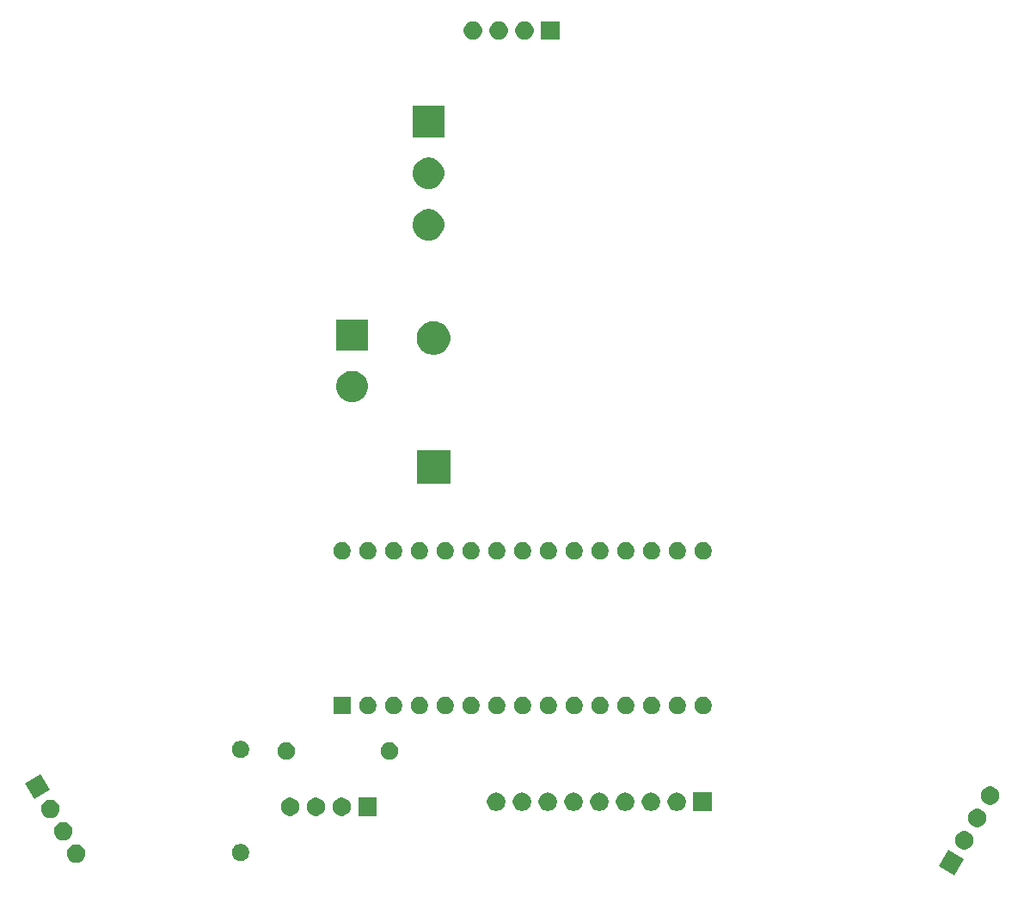
<source format=gbr>
G04 #@! TF.GenerationSoftware,KiCad,Pcbnew,5.1.5+dfsg1-2build2*
G04 #@! TF.CreationDate,2022-03-22T13:14:10-03:00*
G04 #@! TF.ProjectId,Robot3WD,526f626f-7433-4574-942e-6b696361645f,rev?*
G04 #@! TF.SameCoordinates,Original*
G04 #@! TF.FileFunction,Soldermask,Top*
G04 #@! TF.FilePolarity,Negative*
%FSLAX46Y46*%
G04 Gerber Fmt 4.6, Leading zero omitted, Abs format (unit mm)*
G04 Created by KiCad (PCBNEW 5.1.5+dfsg1-2build2) date 2022-03-22 13:14:10*
%MOMM*%
%LPD*%
G04 APERTURE LIST*
%ADD10C,0.100000*%
G04 APERTURE END LIST*
D10*
G36*
X147230790Y-142170211D02*
G01*
X146329789Y-143730790D01*
X144769210Y-142829789D01*
X145670211Y-141269210D01*
X147230790Y-142170211D01*
G37*
G36*
X59923512Y-140703041D02*
G01*
X60072812Y-140732738D01*
X60236784Y-140800658D01*
X60384354Y-140899261D01*
X60509853Y-141024760D01*
X60608456Y-141172330D01*
X60676376Y-141336302D01*
X60711000Y-141510373D01*
X60711000Y-141687855D01*
X60676376Y-141861926D01*
X60608456Y-142025898D01*
X60509853Y-142173468D01*
X60384354Y-142298967D01*
X60236784Y-142397570D01*
X60072812Y-142465490D01*
X59923512Y-142495187D01*
X59898742Y-142500114D01*
X59721258Y-142500114D01*
X59696488Y-142495187D01*
X59547188Y-142465490D01*
X59383216Y-142397570D01*
X59235646Y-142298967D01*
X59110147Y-142173468D01*
X59011544Y-142025898D01*
X58943624Y-141861926D01*
X58909000Y-141687855D01*
X58909000Y-141510373D01*
X58943624Y-141336302D01*
X59011544Y-141172330D01*
X59110147Y-141024760D01*
X59235646Y-140899261D01*
X59383216Y-140800658D01*
X59547188Y-140732738D01*
X59696488Y-140703041D01*
X59721258Y-140698114D01*
X59898742Y-140698114D01*
X59923512Y-140703041D01*
G37*
G36*
X76248228Y-140681703D02*
G01*
X76403100Y-140745853D01*
X76542481Y-140838985D01*
X76661015Y-140957519D01*
X76754147Y-141096900D01*
X76818297Y-141251772D01*
X76851000Y-141416184D01*
X76851000Y-141583816D01*
X76818297Y-141748228D01*
X76754147Y-141903100D01*
X76661015Y-142042481D01*
X76542481Y-142161015D01*
X76403100Y-142254147D01*
X76248228Y-142318297D01*
X76083816Y-142351000D01*
X75916184Y-142351000D01*
X75751772Y-142318297D01*
X75596900Y-142254147D01*
X75457519Y-142161015D01*
X75338985Y-142042481D01*
X75245853Y-141903100D01*
X75181703Y-141748228D01*
X75149000Y-141583816D01*
X75149000Y-141416184D01*
X75181703Y-141251772D01*
X75245853Y-141096900D01*
X75338985Y-140957519D01*
X75457519Y-140838985D01*
X75596900Y-140745853D01*
X75751772Y-140681703D01*
X75916184Y-140649000D01*
X76083816Y-140649000D01*
X76248228Y-140681703D01*
G37*
G36*
X147383512Y-139404222D02*
G01*
X147532812Y-139433919D01*
X147696784Y-139501839D01*
X147844354Y-139600442D01*
X147969853Y-139725941D01*
X148068456Y-139873511D01*
X148136376Y-140037483D01*
X148171000Y-140211554D01*
X148171000Y-140389036D01*
X148136376Y-140563107D01*
X148068456Y-140727079D01*
X147969853Y-140874649D01*
X147844354Y-141000148D01*
X147696784Y-141098751D01*
X147532812Y-141166671D01*
X147383512Y-141196368D01*
X147358742Y-141201295D01*
X147181258Y-141201295D01*
X147156488Y-141196368D01*
X147007188Y-141166671D01*
X146843216Y-141098751D01*
X146695646Y-141000148D01*
X146570147Y-140874649D01*
X146471544Y-140727079D01*
X146403624Y-140563107D01*
X146369000Y-140389036D01*
X146369000Y-140211554D01*
X146403624Y-140037483D01*
X146471544Y-139873511D01*
X146570147Y-139725941D01*
X146695646Y-139600442D01*
X146843216Y-139501839D01*
X147007188Y-139433919D01*
X147156488Y-139404222D01*
X147181258Y-139399295D01*
X147358742Y-139399295D01*
X147383512Y-139404222D01*
G37*
G36*
X58653512Y-138503336D02*
G01*
X58802812Y-138533033D01*
X58966784Y-138600953D01*
X59114354Y-138699556D01*
X59239853Y-138825055D01*
X59338456Y-138972625D01*
X59406376Y-139136597D01*
X59441000Y-139310668D01*
X59441000Y-139488150D01*
X59406376Y-139662221D01*
X59338456Y-139826193D01*
X59239853Y-139973763D01*
X59114354Y-140099262D01*
X58966784Y-140197865D01*
X58802812Y-140265785D01*
X58653512Y-140295482D01*
X58628742Y-140300409D01*
X58451258Y-140300409D01*
X58426488Y-140295482D01*
X58277188Y-140265785D01*
X58113216Y-140197865D01*
X57965646Y-140099262D01*
X57840147Y-139973763D01*
X57741544Y-139826193D01*
X57673624Y-139662221D01*
X57639000Y-139488150D01*
X57639000Y-139310668D01*
X57673624Y-139136597D01*
X57741544Y-138972625D01*
X57840147Y-138825055D01*
X57965646Y-138699556D01*
X58113216Y-138600953D01*
X58277188Y-138533033D01*
X58426488Y-138503336D01*
X58451258Y-138498409D01*
X58628742Y-138498409D01*
X58653512Y-138503336D01*
G37*
G36*
X148653512Y-137204518D02*
G01*
X148802812Y-137234215D01*
X148966784Y-137302135D01*
X149114354Y-137400738D01*
X149239853Y-137526237D01*
X149338456Y-137673807D01*
X149406376Y-137837779D01*
X149441000Y-138011850D01*
X149441000Y-138189332D01*
X149406376Y-138363403D01*
X149338456Y-138527375D01*
X149239853Y-138674945D01*
X149114354Y-138800444D01*
X148966784Y-138899047D01*
X148802812Y-138966967D01*
X148653512Y-138996664D01*
X148628742Y-139001591D01*
X148451258Y-139001591D01*
X148426488Y-138996664D01*
X148277188Y-138966967D01*
X148113216Y-138899047D01*
X147965646Y-138800444D01*
X147840147Y-138674945D01*
X147741544Y-138527375D01*
X147673624Y-138363403D01*
X147639000Y-138189332D01*
X147639000Y-138011850D01*
X147673624Y-137837779D01*
X147741544Y-137673807D01*
X147840147Y-137526237D01*
X147965646Y-137400738D01*
X148113216Y-137302135D01*
X148277188Y-137234215D01*
X148426488Y-137204518D01*
X148451258Y-137199591D01*
X148628742Y-137199591D01*
X148653512Y-137204518D01*
G37*
G36*
X57365991Y-136300147D02*
G01*
X57532812Y-136333329D01*
X57696784Y-136401249D01*
X57844354Y-136499852D01*
X57969853Y-136625351D01*
X58068456Y-136772921D01*
X58136376Y-136936893D01*
X58171000Y-137110964D01*
X58171000Y-137288446D01*
X58136376Y-137462517D01*
X58068456Y-137626489D01*
X57969853Y-137774059D01*
X57844354Y-137899558D01*
X57696784Y-137998161D01*
X57532812Y-138066081D01*
X57383512Y-138095778D01*
X57358742Y-138100705D01*
X57181258Y-138100705D01*
X57156488Y-138095778D01*
X57007188Y-138066081D01*
X56843216Y-137998161D01*
X56695646Y-137899558D01*
X56570147Y-137774059D01*
X56471544Y-137626489D01*
X56403624Y-137462517D01*
X56369000Y-137288446D01*
X56369000Y-137110964D01*
X56403624Y-136936893D01*
X56471544Y-136772921D01*
X56570147Y-136625351D01*
X56695646Y-136499852D01*
X56843216Y-136401249D01*
X57007188Y-136333329D01*
X57174009Y-136300147D01*
X57181258Y-136298705D01*
X57358742Y-136298705D01*
X57365991Y-136300147D01*
G37*
G36*
X80993512Y-136103927D02*
G01*
X81142812Y-136133624D01*
X81306784Y-136201544D01*
X81454354Y-136300147D01*
X81579853Y-136425646D01*
X81678456Y-136573216D01*
X81746376Y-136737188D01*
X81781000Y-136911259D01*
X81781000Y-137088741D01*
X81746376Y-137262812D01*
X81678456Y-137426784D01*
X81579853Y-137574354D01*
X81454354Y-137699853D01*
X81306784Y-137798456D01*
X81142812Y-137866376D01*
X80993512Y-137896073D01*
X80968742Y-137901000D01*
X80791258Y-137901000D01*
X80766488Y-137896073D01*
X80617188Y-137866376D01*
X80453216Y-137798456D01*
X80305646Y-137699853D01*
X80180147Y-137574354D01*
X80081544Y-137426784D01*
X80013624Y-137262812D01*
X79979000Y-137088741D01*
X79979000Y-136911259D01*
X80013624Y-136737188D01*
X80081544Y-136573216D01*
X80180147Y-136425646D01*
X80305646Y-136300147D01*
X80453216Y-136201544D01*
X80617188Y-136133624D01*
X80766488Y-136103927D01*
X80791258Y-136099000D01*
X80968742Y-136099000D01*
X80993512Y-136103927D01*
G37*
G36*
X83533512Y-136103927D02*
G01*
X83682812Y-136133624D01*
X83846784Y-136201544D01*
X83994354Y-136300147D01*
X84119853Y-136425646D01*
X84218456Y-136573216D01*
X84286376Y-136737188D01*
X84321000Y-136911259D01*
X84321000Y-137088741D01*
X84286376Y-137262812D01*
X84218456Y-137426784D01*
X84119853Y-137574354D01*
X83994354Y-137699853D01*
X83846784Y-137798456D01*
X83682812Y-137866376D01*
X83533512Y-137896073D01*
X83508742Y-137901000D01*
X83331258Y-137901000D01*
X83306488Y-137896073D01*
X83157188Y-137866376D01*
X82993216Y-137798456D01*
X82845646Y-137699853D01*
X82720147Y-137574354D01*
X82621544Y-137426784D01*
X82553624Y-137262812D01*
X82519000Y-137088741D01*
X82519000Y-136911259D01*
X82553624Y-136737188D01*
X82621544Y-136573216D01*
X82720147Y-136425646D01*
X82845646Y-136300147D01*
X82993216Y-136201544D01*
X83157188Y-136133624D01*
X83306488Y-136103927D01*
X83331258Y-136099000D01*
X83508742Y-136099000D01*
X83533512Y-136103927D01*
G37*
G36*
X86073512Y-136103927D02*
G01*
X86222812Y-136133624D01*
X86386784Y-136201544D01*
X86534354Y-136300147D01*
X86659853Y-136425646D01*
X86758456Y-136573216D01*
X86826376Y-136737188D01*
X86861000Y-136911259D01*
X86861000Y-137088741D01*
X86826376Y-137262812D01*
X86758456Y-137426784D01*
X86659853Y-137574354D01*
X86534354Y-137699853D01*
X86386784Y-137798456D01*
X86222812Y-137866376D01*
X86073512Y-137896073D01*
X86048742Y-137901000D01*
X85871258Y-137901000D01*
X85846488Y-137896073D01*
X85697188Y-137866376D01*
X85533216Y-137798456D01*
X85385646Y-137699853D01*
X85260147Y-137574354D01*
X85161544Y-137426784D01*
X85093624Y-137262812D01*
X85059000Y-137088741D01*
X85059000Y-136911259D01*
X85093624Y-136737188D01*
X85161544Y-136573216D01*
X85260147Y-136425646D01*
X85385646Y-136300147D01*
X85533216Y-136201544D01*
X85697188Y-136133624D01*
X85846488Y-136103927D01*
X85871258Y-136099000D01*
X86048742Y-136099000D01*
X86073512Y-136103927D01*
G37*
G36*
X89401000Y-137901000D02*
G01*
X87599000Y-137901000D01*
X87599000Y-136099000D01*
X89401000Y-136099000D01*
X89401000Y-137901000D01*
G37*
G36*
X116533512Y-135603927D02*
G01*
X116682812Y-135633624D01*
X116846784Y-135701544D01*
X116994354Y-135800147D01*
X117119853Y-135925646D01*
X117218456Y-136073216D01*
X117286376Y-136237188D01*
X117321000Y-136411259D01*
X117321000Y-136588741D01*
X117286376Y-136762812D01*
X117218456Y-136926784D01*
X117119853Y-137074354D01*
X116994354Y-137199853D01*
X116846784Y-137298456D01*
X116682812Y-137366376D01*
X116533512Y-137396073D01*
X116508742Y-137401000D01*
X116331258Y-137401000D01*
X116306488Y-137396073D01*
X116157188Y-137366376D01*
X115993216Y-137298456D01*
X115845646Y-137199853D01*
X115720147Y-137074354D01*
X115621544Y-136926784D01*
X115553624Y-136762812D01*
X115519000Y-136588741D01*
X115519000Y-136411259D01*
X115553624Y-136237188D01*
X115621544Y-136073216D01*
X115720147Y-135925646D01*
X115845646Y-135800147D01*
X115993216Y-135701544D01*
X116157188Y-135633624D01*
X116306488Y-135603927D01*
X116331258Y-135599000D01*
X116508742Y-135599000D01*
X116533512Y-135603927D01*
G37*
G36*
X122401000Y-137401000D02*
G01*
X120599000Y-137401000D01*
X120599000Y-135599000D01*
X122401000Y-135599000D01*
X122401000Y-137401000D01*
G37*
G36*
X119073512Y-135603927D02*
G01*
X119222812Y-135633624D01*
X119386784Y-135701544D01*
X119534354Y-135800147D01*
X119659853Y-135925646D01*
X119758456Y-136073216D01*
X119826376Y-136237188D01*
X119861000Y-136411259D01*
X119861000Y-136588741D01*
X119826376Y-136762812D01*
X119758456Y-136926784D01*
X119659853Y-137074354D01*
X119534354Y-137199853D01*
X119386784Y-137298456D01*
X119222812Y-137366376D01*
X119073512Y-137396073D01*
X119048742Y-137401000D01*
X118871258Y-137401000D01*
X118846488Y-137396073D01*
X118697188Y-137366376D01*
X118533216Y-137298456D01*
X118385646Y-137199853D01*
X118260147Y-137074354D01*
X118161544Y-136926784D01*
X118093624Y-136762812D01*
X118059000Y-136588741D01*
X118059000Y-136411259D01*
X118093624Y-136237188D01*
X118161544Y-136073216D01*
X118260147Y-135925646D01*
X118385646Y-135800147D01*
X118533216Y-135701544D01*
X118697188Y-135633624D01*
X118846488Y-135603927D01*
X118871258Y-135599000D01*
X119048742Y-135599000D01*
X119073512Y-135603927D01*
G37*
G36*
X101293512Y-135603927D02*
G01*
X101442812Y-135633624D01*
X101606784Y-135701544D01*
X101754354Y-135800147D01*
X101879853Y-135925646D01*
X101978456Y-136073216D01*
X102046376Y-136237188D01*
X102081000Y-136411259D01*
X102081000Y-136588741D01*
X102046376Y-136762812D01*
X101978456Y-136926784D01*
X101879853Y-137074354D01*
X101754354Y-137199853D01*
X101606784Y-137298456D01*
X101442812Y-137366376D01*
X101293512Y-137396073D01*
X101268742Y-137401000D01*
X101091258Y-137401000D01*
X101066488Y-137396073D01*
X100917188Y-137366376D01*
X100753216Y-137298456D01*
X100605646Y-137199853D01*
X100480147Y-137074354D01*
X100381544Y-136926784D01*
X100313624Y-136762812D01*
X100279000Y-136588741D01*
X100279000Y-136411259D01*
X100313624Y-136237188D01*
X100381544Y-136073216D01*
X100480147Y-135925646D01*
X100605646Y-135800147D01*
X100753216Y-135701544D01*
X100917188Y-135633624D01*
X101066488Y-135603927D01*
X101091258Y-135599000D01*
X101268742Y-135599000D01*
X101293512Y-135603927D01*
G37*
G36*
X106373512Y-135603927D02*
G01*
X106522812Y-135633624D01*
X106686784Y-135701544D01*
X106834354Y-135800147D01*
X106959853Y-135925646D01*
X107058456Y-136073216D01*
X107126376Y-136237188D01*
X107161000Y-136411259D01*
X107161000Y-136588741D01*
X107126376Y-136762812D01*
X107058456Y-136926784D01*
X106959853Y-137074354D01*
X106834354Y-137199853D01*
X106686784Y-137298456D01*
X106522812Y-137366376D01*
X106373512Y-137396073D01*
X106348742Y-137401000D01*
X106171258Y-137401000D01*
X106146488Y-137396073D01*
X105997188Y-137366376D01*
X105833216Y-137298456D01*
X105685646Y-137199853D01*
X105560147Y-137074354D01*
X105461544Y-136926784D01*
X105393624Y-136762812D01*
X105359000Y-136588741D01*
X105359000Y-136411259D01*
X105393624Y-136237188D01*
X105461544Y-136073216D01*
X105560147Y-135925646D01*
X105685646Y-135800147D01*
X105833216Y-135701544D01*
X105997188Y-135633624D01*
X106146488Y-135603927D01*
X106171258Y-135599000D01*
X106348742Y-135599000D01*
X106373512Y-135603927D01*
G37*
G36*
X108913512Y-135603927D02*
G01*
X109062812Y-135633624D01*
X109226784Y-135701544D01*
X109374354Y-135800147D01*
X109499853Y-135925646D01*
X109598456Y-136073216D01*
X109666376Y-136237188D01*
X109701000Y-136411259D01*
X109701000Y-136588741D01*
X109666376Y-136762812D01*
X109598456Y-136926784D01*
X109499853Y-137074354D01*
X109374354Y-137199853D01*
X109226784Y-137298456D01*
X109062812Y-137366376D01*
X108913512Y-137396073D01*
X108888742Y-137401000D01*
X108711258Y-137401000D01*
X108686488Y-137396073D01*
X108537188Y-137366376D01*
X108373216Y-137298456D01*
X108225646Y-137199853D01*
X108100147Y-137074354D01*
X108001544Y-136926784D01*
X107933624Y-136762812D01*
X107899000Y-136588741D01*
X107899000Y-136411259D01*
X107933624Y-136237188D01*
X108001544Y-136073216D01*
X108100147Y-135925646D01*
X108225646Y-135800147D01*
X108373216Y-135701544D01*
X108537188Y-135633624D01*
X108686488Y-135603927D01*
X108711258Y-135599000D01*
X108888742Y-135599000D01*
X108913512Y-135603927D01*
G37*
G36*
X111453512Y-135603927D02*
G01*
X111602812Y-135633624D01*
X111766784Y-135701544D01*
X111914354Y-135800147D01*
X112039853Y-135925646D01*
X112138456Y-136073216D01*
X112206376Y-136237188D01*
X112241000Y-136411259D01*
X112241000Y-136588741D01*
X112206376Y-136762812D01*
X112138456Y-136926784D01*
X112039853Y-137074354D01*
X111914354Y-137199853D01*
X111766784Y-137298456D01*
X111602812Y-137366376D01*
X111453512Y-137396073D01*
X111428742Y-137401000D01*
X111251258Y-137401000D01*
X111226488Y-137396073D01*
X111077188Y-137366376D01*
X110913216Y-137298456D01*
X110765646Y-137199853D01*
X110640147Y-137074354D01*
X110541544Y-136926784D01*
X110473624Y-136762812D01*
X110439000Y-136588741D01*
X110439000Y-136411259D01*
X110473624Y-136237188D01*
X110541544Y-136073216D01*
X110640147Y-135925646D01*
X110765646Y-135800147D01*
X110913216Y-135701544D01*
X111077188Y-135633624D01*
X111226488Y-135603927D01*
X111251258Y-135599000D01*
X111428742Y-135599000D01*
X111453512Y-135603927D01*
G37*
G36*
X113993512Y-135603927D02*
G01*
X114142812Y-135633624D01*
X114306784Y-135701544D01*
X114454354Y-135800147D01*
X114579853Y-135925646D01*
X114678456Y-136073216D01*
X114746376Y-136237188D01*
X114781000Y-136411259D01*
X114781000Y-136588741D01*
X114746376Y-136762812D01*
X114678456Y-136926784D01*
X114579853Y-137074354D01*
X114454354Y-137199853D01*
X114306784Y-137298456D01*
X114142812Y-137366376D01*
X113993512Y-137396073D01*
X113968742Y-137401000D01*
X113791258Y-137401000D01*
X113766488Y-137396073D01*
X113617188Y-137366376D01*
X113453216Y-137298456D01*
X113305646Y-137199853D01*
X113180147Y-137074354D01*
X113081544Y-136926784D01*
X113013624Y-136762812D01*
X112979000Y-136588741D01*
X112979000Y-136411259D01*
X113013624Y-136237188D01*
X113081544Y-136073216D01*
X113180147Y-135925646D01*
X113305646Y-135800147D01*
X113453216Y-135701544D01*
X113617188Y-135633624D01*
X113766488Y-135603927D01*
X113791258Y-135599000D01*
X113968742Y-135599000D01*
X113993512Y-135603927D01*
G37*
G36*
X103833512Y-135603927D02*
G01*
X103982812Y-135633624D01*
X104146784Y-135701544D01*
X104294354Y-135800147D01*
X104419853Y-135925646D01*
X104518456Y-136073216D01*
X104586376Y-136237188D01*
X104621000Y-136411259D01*
X104621000Y-136588741D01*
X104586376Y-136762812D01*
X104518456Y-136926784D01*
X104419853Y-137074354D01*
X104294354Y-137199853D01*
X104146784Y-137298456D01*
X103982812Y-137366376D01*
X103833512Y-137396073D01*
X103808742Y-137401000D01*
X103631258Y-137401000D01*
X103606488Y-137396073D01*
X103457188Y-137366376D01*
X103293216Y-137298456D01*
X103145646Y-137199853D01*
X103020147Y-137074354D01*
X102921544Y-136926784D01*
X102853624Y-136762812D01*
X102819000Y-136588741D01*
X102819000Y-136411259D01*
X102853624Y-136237188D01*
X102921544Y-136073216D01*
X103020147Y-135925646D01*
X103145646Y-135800147D01*
X103293216Y-135701544D01*
X103457188Y-135633624D01*
X103606488Y-135603927D01*
X103631258Y-135599000D01*
X103808742Y-135599000D01*
X103833512Y-135603927D01*
G37*
G36*
X149923512Y-135004813D02*
G01*
X150072812Y-135034510D01*
X150236784Y-135102430D01*
X150384354Y-135201033D01*
X150509853Y-135326532D01*
X150608456Y-135474102D01*
X150676376Y-135638074D01*
X150711000Y-135812145D01*
X150711000Y-135989627D01*
X150676376Y-136163698D01*
X150608456Y-136327670D01*
X150509853Y-136475240D01*
X150384354Y-136600739D01*
X150236784Y-136699342D01*
X150072812Y-136767262D01*
X149923512Y-136796959D01*
X149898742Y-136801886D01*
X149721258Y-136801886D01*
X149696488Y-136796959D01*
X149547188Y-136767262D01*
X149383216Y-136699342D01*
X149235646Y-136600739D01*
X149110147Y-136475240D01*
X149011544Y-136327670D01*
X148943624Y-136163698D01*
X148909000Y-135989627D01*
X148909000Y-135812145D01*
X148943624Y-135638074D01*
X149011544Y-135474102D01*
X149110147Y-135326532D01*
X149235646Y-135201033D01*
X149383216Y-135102430D01*
X149547188Y-135034510D01*
X149696488Y-135004813D01*
X149721258Y-134999886D01*
X149898742Y-134999886D01*
X149923512Y-135004813D01*
G37*
G36*
X57230790Y-135329789D02*
G01*
X55670211Y-136230790D01*
X54769210Y-134670211D01*
X56329789Y-133769210D01*
X57230790Y-135329789D01*
G37*
G36*
X90908228Y-130681703D02*
G01*
X91063100Y-130745853D01*
X91202481Y-130838985D01*
X91321015Y-130957519D01*
X91414147Y-131096900D01*
X91478297Y-131251772D01*
X91511000Y-131416184D01*
X91511000Y-131583816D01*
X91478297Y-131748228D01*
X91414147Y-131903100D01*
X91321015Y-132042481D01*
X91202481Y-132161015D01*
X91063100Y-132254147D01*
X90908228Y-132318297D01*
X90743816Y-132351000D01*
X90576184Y-132351000D01*
X90411772Y-132318297D01*
X90256900Y-132254147D01*
X90117519Y-132161015D01*
X89998985Y-132042481D01*
X89905853Y-131903100D01*
X89841703Y-131748228D01*
X89809000Y-131583816D01*
X89809000Y-131416184D01*
X89841703Y-131251772D01*
X89905853Y-131096900D01*
X89998985Y-130957519D01*
X90117519Y-130838985D01*
X90256900Y-130745853D01*
X90411772Y-130681703D01*
X90576184Y-130649000D01*
X90743816Y-130649000D01*
X90908228Y-130681703D01*
G37*
G36*
X80748228Y-130681703D02*
G01*
X80903100Y-130745853D01*
X81042481Y-130838985D01*
X81161015Y-130957519D01*
X81254147Y-131096900D01*
X81318297Y-131251772D01*
X81351000Y-131416184D01*
X81351000Y-131583816D01*
X81318297Y-131748228D01*
X81254147Y-131903100D01*
X81161015Y-132042481D01*
X81042481Y-132161015D01*
X80903100Y-132254147D01*
X80748228Y-132318297D01*
X80583816Y-132351000D01*
X80416184Y-132351000D01*
X80251772Y-132318297D01*
X80096900Y-132254147D01*
X79957519Y-132161015D01*
X79838985Y-132042481D01*
X79745853Y-131903100D01*
X79681703Y-131748228D01*
X79649000Y-131583816D01*
X79649000Y-131416184D01*
X79681703Y-131251772D01*
X79745853Y-131096900D01*
X79838985Y-130957519D01*
X79957519Y-130838985D01*
X80096900Y-130745853D01*
X80251772Y-130681703D01*
X80416184Y-130649000D01*
X80583816Y-130649000D01*
X80748228Y-130681703D01*
G37*
G36*
X76248228Y-130521703D02*
G01*
X76403100Y-130585853D01*
X76542481Y-130678985D01*
X76661015Y-130797519D01*
X76754147Y-130936900D01*
X76818297Y-131091772D01*
X76851000Y-131256184D01*
X76851000Y-131423816D01*
X76818297Y-131588228D01*
X76754147Y-131743100D01*
X76661015Y-131882481D01*
X76542481Y-132001015D01*
X76403100Y-132094147D01*
X76248228Y-132158297D01*
X76083816Y-132191000D01*
X75916184Y-132191000D01*
X75751772Y-132158297D01*
X75596900Y-132094147D01*
X75457519Y-132001015D01*
X75338985Y-131882481D01*
X75245853Y-131743100D01*
X75181703Y-131588228D01*
X75149000Y-131423816D01*
X75149000Y-131256184D01*
X75181703Y-131091772D01*
X75245853Y-130936900D01*
X75338985Y-130797519D01*
X75457519Y-130678985D01*
X75596900Y-130585853D01*
X75751772Y-130521703D01*
X75916184Y-130489000D01*
X76083816Y-130489000D01*
X76248228Y-130521703D01*
G37*
G36*
X121808228Y-126181703D02*
G01*
X121963100Y-126245853D01*
X122102481Y-126338985D01*
X122221015Y-126457519D01*
X122314147Y-126596900D01*
X122378297Y-126751772D01*
X122411000Y-126916184D01*
X122411000Y-127083816D01*
X122378297Y-127248228D01*
X122314147Y-127403100D01*
X122221015Y-127542481D01*
X122102481Y-127661015D01*
X121963100Y-127754147D01*
X121808228Y-127818297D01*
X121643816Y-127851000D01*
X121476184Y-127851000D01*
X121311772Y-127818297D01*
X121156900Y-127754147D01*
X121017519Y-127661015D01*
X120898985Y-127542481D01*
X120805853Y-127403100D01*
X120741703Y-127248228D01*
X120709000Y-127083816D01*
X120709000Y-126916184D01*
X120741703Y-126751772D01*
X120805853Y-126596900D01*
X120898985Y-126457519D01*
X121017519Y-126338985D01*
X121156900Y-126245853D01*
X121311772Y-126181703D01*
X121476184Y-126149000D01*
X121643816Y-126149000D01*
X121808228Y-126181703D01*
G37*
G36*
X109108228Y-126181703D02*
G01*
X109263100Y-126245853D01*
X109402481Y-126338985D01*
X109521015Y-126457519D01*
X109614147Y-126596900D01*
X109678297Y-126751772D01*
X109711000Y-126916184D01*
X109711000Y-127083816D01*
X109678297Y-127248228D01*
X109614147Y-127403100D01*
X109521015Y-127542481D01*
X109402481Y-127661015D01*
X109263100Y-127754147D01*
X109108228Y-127818297D01*
X108943816Y-127851000D01*
X108776184Y-127851000D01*
X108611772Y-127818297D01*
X108456900Y-127754147D01*
X108317519Y-127661015D01*
X108198985Y-127542481D01*
X108105853Y-127403100D01*
X108041703Y-127248228D01*
X108009000Y-127083816D01*
X108009000Y-126916184D01*
X108041703Y-126751772D01*
X108105853Y-126596900D01*
X108198985Y-126457519D01*
X108317519Y-126338985D01*
X108456900Y-126245853D01*
X108611772Y-126181703D01*
X108776184Y-126149000D01*
X108943816Y-126149000D01*
X109108228Y-126181703D01*
G37*
G36*
X106568228Y-126181703D02*
G01*
X106723100Y-126245853D01*
X106862481Y-126338985D01*
X106981015Y-126457519D01*
X107074147Y-126596900D01*
X107138297Y-126751772D01*
X107171000Y-126916184D01*
X107171000Y-127083816D01*
X107138297Y-127248228D01*
X107074147Y-127403100D01*
X106981015Y-127542481D01*
X106862481Y-127661015D01*
X106723100Y-127754147D01*
X106568228Y-127818297D01*
X106403816Y-127851000D01*
X106236184Y-127851000D01*
X106071772Y-127818297D01*
X105916900Y-127754147D01*
X105777519Y-127661015D01*
X105658985Y-127542481D01*
X105565853Y-127403100D01*
X105501703Y-127248228D01*
X105469000Y-127083816D01*
X105469000Y-126916184D01*
X105501703Y-126751772D01*
X105565853Y-126596900D01*
X105658985Y-126457519D01*
X105777519Y-126338985D01*
X105916900Y-126245853D01*
X106071772Y-126181703D01*
X106236184Y-126149000D01*
X106403816Y-126149000D01*
X106568228Y-126181703D01*
G37*
G36*
X86851000Y-127851000D02*
G01*
X85149000Y-127851000D01*
X85149000Y-126149000D01*
X86851000Y-126149000D01*
X86851000Y-127851000D01*
G37*
G36*
X119268228Y-126181703D02*
G01*
X119423100Y-126245853D01*
X119562481Y-126338985D01*
X119681015Y-126457519D01*
X119774147Y-126596900D01*
X119838297Y-126751772D01*
X119871000Y-126916184D01*
X119871000Y-127083816D01*
X119838297Y-127248228D01*
X119774147Y-127403100D01*
X119681015Y-127542481D01*
X119562481Y-127661015D01*
X119423100Y-127754147D01*
X119268228Y-127818297D01*
X119103816Y-127851000D01*
X118936184Y-127851000D01*
X118771772Y-127818297D01*
X118616900Y-127754147D01*
X118477519Y-127661015D01*
X118358985Y-127542481D01*
X118265853Y-127403100D01*
X118201703Y-127248228D01*
X118169000Y-127083816D01*
X118169000Y-126916184D01*
X118201703Y-126751772D01*
X118265853Y-126596900D01*
X118358985Y-126457519D01*
X118477519Y-126338985D01*
X118616900Y-126245853D01*
X118771772Y-126181703D01*
X118936184Y-126149000D01*
X119103816Y-126149000D01*
X119268228Y-126181703D01*
G37*
G36*
X88788228Y-126181703D02*
G01*
X88943100Y-126245853D01*
X89082481Y-126338985D01*
X89201015Y-126457519D01*
X89294147Y-126596900D01*
X89358297Y-126751772D01*
X89391000Y-126916184D01*
X89391000Y-127083816D01*
X89358297Y-127248228D01*
X89294147Y-127403100D01*
X89201015Y-127542481D01*
X89082481Y-127661015D01*
X88943100Y-127754147D01*
X88788228Y-127818297D01*
X88623816Y-127851000D01*
X88456184Y-127851000D01*
X88291772Y-127818297D01*
X88136900Y-127754147D01*
X87997519Y-127661015D01*
X87878985Y-127542481D01*
X87785853Y-127403100D01*
X87721703Y-127248228D01*
X87689000Y-127083816D01*
X87689000Y-126916184D01*
X87721703Y-126751772D01*
X87785853Y-126596900D01*
X87878985Y-126457519D01*
X87997519Y-126338985D01*
X88136900Y-126245853D01*
X88291772Y-126181703D01*
X88456184Y-126149000D01*
X88623816Y-126149000D01*
X88788228Y-126181703D01*
G37*
G36*
X91328228Y-126181703D02*
G01*
X91483100Y-126245853D01*
X91622481Y-126338985D01*
X91741015Y-126457519D01*
X91834147Y-126596900D01*
X91898297Y-126751772D01*
X91931000Y-126916184D01*
X91931000Y-127083816D01*
X91898297Y-127248228D01*
X91834147Y-127403100D01*
X91741015Y-127542481D01*
X91622481Y-127661015D01*
X91483100Y-127754147D01*
X91328228Y-127818297D01*
X91163816Y-127851000D01*
X90996184Y-127851000D01*
X90831772Y-127818297D01*
X90676900Y-127754147D01*
X90537519Y-127661015D01*
X90418985Y-127542481D01*
X90325853Y-127403100D01*
X90261703Y-127248228D01*
X90229000Y-127083816D01*
X90229000Y-126916184D01*
X90261703Y-126751772D01*
X90325853Y-126596900D01*
X90418985Y-126457519D01*
X90537519Y-126338985D01*
X90676900Y-126245853D01*
X90831772Y-126181703D01*
X90996184Y-126149000D01*
X91163816Y-126149000D01*
X91328228Y-126181703D01*
G37*
G36*
X104028228Y-126181703D02*
G01*
X104183100Y-126245853D01*
X104322481Y-126338985D01*
X104441015Y-126457519D01*
X104534147Y-126596900D01*
X104598297Y-126751772D01*
X104631000Y-126916184D01*
X104631000Y-127083816D01*
X104598297Y-127248228D01*
X104534147Y-127403100D01*
X104441015Y-127542481D01*
X104322481Y-127661015D01*
X104183100Y-127754147D01*
X104028228Y-127818297D01*
X103863816Y-127851000D01*
X103696184Y-127851000D01*
X103531772Y-127818297D01*
X103376900Y-127754147D01*
X103237519Y-127661015D01*
X103118985Y-127542481D01*
X103025853Y-127403100D01*
X102961703Y-127248228D01*
X102929000Y-127083816D01*
X102929000Y-126916184D01*
X102961703Y-126751772D01*
X103025853Y-126596900D01*
X103118985Y-126457519D01*
X103237519Y-126338985D01*
X103376900Y-126245853D01*
X103531772Y-126181703D01*
X103696184Y-126149000D01*
X103863816Y-126149000D01*
X104028228Y-126181703D01*
G37*
G36*
X101488228Y-126181703D02*
G01*
X101643100Y-126245853D01*
X101782481Y-126338985D01*
X101901015Y-126457519D01*
X101994147Y-126596900D01*
X102058297Y-126751772D01*
X102091000Y-126916184D01*
X102091000Y-127083816D01*
X102058297Y-127248228D01*
X101994147Y-127403100D01*
X101901015Y-127542481D01*
X101782481Y-127661015D01*
X101643100Y-127754147D01*
X101488228Y-127818297D01*
X101323816Y-127851000D01*
X101156184Y-127851000D01*
X100991772Y-127818297D01*
X100836900Y-127754147D01*
X100697519Y-127661015D01*
X100578985Y-127542481D01*
X100485853Y-127403100D01*
X100421703Y-127248228D01*
X100389000Y-127083816D01*
X100389000Y-126916184D01*
X100421703Y-126751772D01*
X100485853Y-126596900D01*
X100578985Y-126457519D01*
X100697519Y-126338985D01*
X100836900Y-126245853D01*
X100991772Y-126181703D01*
X101156184Y-126149000D01*
X101323816Y-126149000D01*
X101488228Y-126181703D01*
G37*
G36*
X93868228Y-126181703D02*
G01*
X94023100Y-126245853D01*
X94162481Y-126338985D01*
X94281015Y-126457519D01*
X94374147Y-126596900D01*
X94438297Y-126751772D01*
X94471000Y-126916184D01*
X94471000Y-127083816D01*
X94438297Y-127248228D01*
X94374147Y-127403100D01*
X94281015Y-127542481D01*
X94162481Y-127661015D01*
X94023100Y-127754147D01*
X93868228Y-127818297D01*
X93703816Y-127851000D01*
X93536184Y-127851000D01*
X93371772Y-127818297D01*
X93216900Y-127754147D01*
X93077519Y-127661015D01*
X92958985Y-127542481D01*
X92865853Y-127403100D01*
X92801703Y-127248228D01*
X92769000Y-127083816D01*
X92769000Y-126916184D01*
X92801703Y-126751772D01*
X92865853Y-126596900D01*
X92958985Y-126457519D01*
X93077519Y-126338985D01*
X93216900Y-126245853D01*
X93371772Y-126181703D01*
X93536184Y-126149000D01*
X93703816Y-126149000D01*
X93868228Y-126181703D01*
G37*
G36*
X116728228Y-126181703D02*
G01*
X116883100Y-126245853D01*
X117022481Y-126338985D01*
X117141015Y-126457519D01*
X117234147Y-126596900D01*
X117298297Y-126751772D01*
X117331000Y-126916184D01*
X117331000Y-127083816D01*
X117298297Y-127248228D01*
X117234147Y-127403100D01*
X117141015Y-127542481D01*
X117022481Y-127661015D01*
X116883100Y-127754147D01*
X116728228Y-127818297D01*
X116563816Y-127851000D01*
X116396184Y-127851000D01*
X116231772Y-127818297D01*
X116076900Y-127754147D01*
X115937519Y-127661015D01*
X115818985Y-127542481D01*
X115725853Y-127403100D01*
X115661703Y-127248228D01*
X115629000Y-127083816D01*
X115629000Y-126916184D01*
X115661703Y-126751772D01*
X115725853Y-126596900D01*
X115818985Y-126457519D01*
X115937519Y-126338985D01*
X116076900Y-126245853D01*
X116231772Y-126181703D01*
X116396184Y-126149000D01*
X116563816Y-126149000D01*
X116728228Y-126181703D01*
G37*
G36*
X96408228Y-126181703D02*
G01*
X96563100Y-126245853D01*
X96702481Y-126338985D01*
X96821015Y-126457519D01*
X96914147Y-126596900D01*
X96978297Y-126751772D01*
X97011000Y-126916184D01*
X97011000Y-127083816D01*
X96978297Y-127248228D01*
X96914147Y-127403100D01*
X96821015Y-127542481D01*
X96702481Y-127661015D01*
X96563100Y-127754147D01*
X96408228Y-127818297D01*
X96243816Y-127851000D01*
X96076184Y-127851000D01*
X95911772Y-127818297D01*
X95756900Y-127754147D01*
X95617519Y-127661015D01*
X95498985Y-127542481D01*
X95405853Y-127403100D01*
X95341703Y-127248228D01*
X95309000Y-127083816D01*
X95309000Y-126916184D01*
X95341703Y-126751772D01*
X95405853Y-126596900D01*
X95498985Y-126457519D01*
X95617519Y-126338985D01*
X95756900Y-126245853D01*
X95911772Y-126181703D01*
X96076184Y-126149000D01*
X96243816Y-126149000D01*
X96408228Y-126181703D01*
G37*
G36*
X114188228Y-126181703D02*
G01*
X114343100Y-126245853D01*
X114482481Y-126338985D01*
X114601015Y-126457519D01*
X114694147Y-126596900D01*
X114758297Y-126751772D01*
X114791000Y-126916184D01*
X114791000Y-127083816D01*
X114758297Y-127248228D01*
X114694147Y-127403100D01*
X114601015Y-127542481D01*
X114482481Y-127661015D01*
X114343100Y-127754147D01*
X114188228Y-127818297D01*
X114023816Y-127851000D01*
X113856184Y-127851000D01*
X113691772Y-127818297D01*
X113536900Y-127754147D01*
X113397519Y-127661015D01*
X113278985Y-127542481D01*
X113185853Y-127403100D01*
X113121703Y-127248228D01*
X113089000Y-127083816D01*
X113089000Y-126916184D01*
X113121703Y-126751772D01*
X113185853Y-126596900D01*
X113278985Y-126457519D01*
X113397519Y-126338985D01*
X113536900Y-126245853D01*
X113691772Y-126181703D01*
X113856184Y-126149000D01*
X114023816Y-126149000D01*
X114188228Y-126181703D01*
G37*
G36*
X98948228Y-126181703D02*
G01*
X99103100Y-126245853D01*
X99242481Y-126338985D01*
X99361015Y-126457519D01*
X99454147Y-126596900D01*
X99518297Y-126751772D01*
X99551000Y-126916184D01*
X99551000Y-127083816D01*
X99518297Y-127248228D01*
X99454147Y-127403100D01*
X99361015Y-127542481D01*
X99242481Y-127661015D01*
X99103100Y-127754147D01*
X98948228Y-127818297D01*
X98783816Y-127851000D01*
X98616184Y-127851000D01*
X98451772Y-127818297D01*
X98296900Y-127754147D01*
X98157519Y-127661015D01*
X98038985Y-127542481D01*
X97945853Y-127403100D01*
X97881703Y-127248228D01*
X97849000Y-127083816D01*
X97849000Y-126916184D01*
X97881703Y-126751772D01*
X97945853Y-126596900D01*
X98038985Y-126457519D01*
X98157519Y-126338985D01*
X98296900Y-126245853D01*
X98451772Y-126181703D01*
X98616184Y-126149000D01*
X98783816Y-126149000D01*
X98948228Y-126181703D01*
G37*
G36*
X111648228Y-126181703D02*
G01*
X111803100Y-126245853D01*
X111942481Y-126338985D01*
X112061015Y-126457519D01*
X112154147Y-126596900D01*
X112218297Y-126751772D01*
X112251000Y-126916184D01*
X112251000Y-127083816D01*
X112218297Y-127248228D01*
X112154147Y-127403100D01*
X112061015Y-127542481D01*
X111942481Y-127661015D01*
X111803100Y-127754147D01*
X111648228Y-127818297D01*
X111483816Y-127851000D01*
X111316184Y-127851000D01*
X111151772Y-127818297D01*
X110996900Y-127754147D01*
X110857519Y-127661015D01*
X110738985Y-127542481D01*
X110645853Y-127403100D01*
X110581703Y-127248228D01*
X110549000Y-127083816D01*
X110549000Y-126916184D01*
X110581703Y-126751772D01*
X110645853Y-126596900D01*
X110738985Y-126457519D01*
X110857519Y-126338985D01*
X110996900Y-126245853D01*
X111151772Y-126181703D01*
X111316184Y-126149000D01*
X111483816Y-126149000D01*
X111648228Y-126181703D01*
G37*
G36*
X114188228Y-110941703D02*
G01*
X114343100Y-111005853D01*
X114482481Y-111098985D01*
X114601015Y-111217519D01*
X114694147Y-111356900D01*
X114758297Y-111511772D01*
X114791000Y-111676184D01*
X114791000Y-111843816D01*
X114758297Y-112008228D01*
X114694147Y-112163100D01*
X114601015Y-112302481D01*
X114482481Y-112421015D01*
X114343100Y-112514147D01*
X114188228Y-112578297D01*
X114023816Y-112611000D01*
X113856184Y-112611000D01*
X113691772Y-112578297D01*
X113536900Y-112514147D01*
X113397519Y-112421015D01*
X113278985Y-112302481D01*
X113185853Y-112163100D01*
X113121703Y-112008228D01*
X113089000Y-111843816D01*
X113089000Y-111676184D01*
X113121703Y-111511772D01*
X113185853Y-111356900D01*
X113278985Y-111217519D01*
X113397519Y-111098985D01*
X113536900Y-111005853D01*
X113691772Y-110941703D01*
X113856184Y-110909000D01*
X114023816Y-110909000D01*
X114188228Y-110941703D01*
G37*
G36*
X98948228Y-110941703D02*
G01*
X99103100Y-111005853D01*
X99242481Y-111098985D01*
X99361015Y-111217519D01*
X99454147Y-111356900D01*
X99518297Y-111511772D01*
X99551000Y-111676184D01*
X99551000Y-111843816D01*
X99518297Y-112008228D01*
X99454147Y-112163100D01*
X99361015Y-112302481D01*
X99242481Y-112421015D01*
X99103100Y-112514147D01*
X98948228Y-112578297D01*
X98783816Y-112611000D01*
X98616184Y-112611000D01*
X98451772Y-112578297D01*
X98296900Y-112514147D01*
X98157519Y-112421015D01*
X98038985Y-112302481D01*
X97945853Y-112163100D01*
X97881703Y-112008228D01*
X97849000Y-111843816D01*
X97849000Y-111676184D01*
X97881703Y-111511772D01*
X97945853Y-111356900D01*
X98038985Y-111217519D01*
X98157519Y-111098985D01*
X98296900Y-111005853D01*
X98451772Y-110941703D01*
X98616184Y-110909000D01*
X98783816Y-110909000D01*
X98948228Y-110941703D01*
G37*
G36*
X104028228Y-110941703D02*
G01*
X104183100Y-111005853D01*
X104322481Y-111098985D01*
X104441015Y-111217519D01*
X104534147Y-111356900D01*
X104598297Y-111511772D01*
X104631000Y-111676184D01*
X104631000Y-111843816D01*
X104598297Y-112008228D01*
X104534147Y-112163100D01*
X104441015Y-112302481D01*
X104322481Y-112421015D01*
X104183100Y-112514147D01*
X104028228Y-112578297D01*
X103863816Y-112611000D01*
X103696184Y-112611000D01*
X103531772Y-112578297D01*
X103376900Y-112514147D01*
X103237519Y-112421015D01*
X103118985Y-112302481D01*
X103025853Y-112163100D01*
X102961703Y-112008228D01*
X102929000Y-111843816D01*
X102929000Y-111676184D01*
X102961703Y-111511772D01*
X103025853Y-111356900D01*
X103118985Y-111217519D01*
X103237519Y-111098985D01*
X103376900Y-111005853D01*
X103531772Y-110941703D01*
X103696184Y-110909000D01*
X103863816Y-110909000D01*
X104028228Y-110941703D01*
G37*
G36*
X106568228Y-110941703D02*
G01*
X106723100Y-111005853D01*
X106862481Y-111098985D01*
X106981015Y-111217519D01*
X107074147Y-111356900D01*
X107138297Y-111511772D01*
X107171000Y-111676184D01*
X107171000Y-111843816D01*
X107138297Y-112008228D01*
X107074147Y-112163100D01*
X106981015Y-112302481D01*
X106862481Y-112421015D01*
X106723100Y-112514147D01*
X106568228Y-112578297D01*
X106403816Y-112611000D01*
X106236184Y-112611000D01*
X106071772Y-112578297D01*
X105916900Y-112514147D01*
X105777519Y-112421015D01*
X105658985Y-112302481D01*
X105565853Y-112163100D01*
X105501703Y-112008228D01*
X105469000Y-111843816D01*
X105469000Y-111676184D01*
X105501703Y-111511772D01*
X105565853Y-111356900D01*
X105658985Y-111217519D01*
X105777519Y-111098985D01*
X105916900Y-111005853D01*
X106071772Y-110941703D01*
X106236184Y-110909000D01*
X106403816Y-110909000D01*
X106568228Y-110941703D01*
G37*
G36*
X109108228Y-110941703D02*
G01*
X109263100Y-111005853D01*
X109402481Y-111098985D01*
X109521015Y-111217519D01*
X109614147Y-111356900D01*
X109678297Y-111511772D01*
X109711000Y-111676184D01*
X109711000Y-111843816D01*
X109678297Y-112008228D01*
X109614147Y-112163100D01*
X109521015Y-112302481D01*
X109402481Y-112421015D01*
X109263100Y-112514147D01*
X109108228Y-112578297D01*
X108943816Y-112611000D01*
X108776184Y-112611000D01*
X108611772Y-112578297D01*
X108456900Y-112514147D01*
X108317519Y-112421015D01*
X108198985Y-112302481D01*
X108105853Y-112163100D01*
X108041703Y-112008228D01*
X108009000Y-111843816D01*
X108009000Y-111676184D01*
X108041703Y-111511772D01*
X108105853Y-111356900D01*
X108198985Y-111217519D01*
X108317519Y-111098985D01*
X108456900Y-111005853D01*
X108611772Y-110941703D01*
X108776184Y-110909000D01*
X108943816Y-110909000D01*
X109108228Y-110941703D01*
G37*
G36*
X111648228Y-110941703D02*
G01*
X111803100Y-111005853D01*
X111942481Y-111098985D01*
X112061015Y-111217519D01*
X112154147Y-111356900D01*
X112218297Y-111511772D01*
X112251000Y-111676184D01*
X112251000Y-111843816D01*
X112218297Y-112008228D01*
X112154147Y-112163100D01*
X112061015Y-112302481D01*
X111942481Y-112421015D01*
X111803100Y-112514147D01*
X111648228Y-112578297D01*
X111483816Y-112611000D01*
X111316184Y-112611000D01*
X111151772Y-112578297D01*
X110996900Y-112514147D01*
X110857519Y-112421015D01*
X110738985Y-112302481D01*
X110645853Y-112163100D01*
X110581703Y-112008228D01*
X110549000Y-111843816D01*
X110549000Y-111676184D01*
X110581703Y-111511772D01*
X110645853Y-111356900D01*
X110738985Y-111217519D01*
X110857519Y-111098985D01*
X110996900Y-111005853D01*
X111151772Y-110941703D01*
X111316184Y-110909000D01*
X111483816Y-110909000D01*
X111648228Y-110941703D01*
G37*
G36*
X119268228Y-110941703D02*
G01*
X119423100Y-111005853D01*
X119562481Y-111098985D01*
X119681015Y-111217519D01*
X119774147Y-111356900D01*
X119838297Y-111511772D01*
X119871000Y-111676184D01*
X119871000Y-111843816D01*
X119838297Y-112008228D01*
X119774147Y-112163100D01*
X119681015Y-112302481D01*
X119562481Y-112421015D01*
X119423100Y-112514147D01*
X119268228Y-112578297D01*
X119103816Y-112611000D01*
X118936184Y-112611000D01*
X118771772Y-112578297D01*
X118616900Y-112514147D01*
X118477519Y-112421015D01*
X118358985Y-112302481D01*
X118265853Y-112163100D01*
X118201703Y-112008228D01*
X118169000Y-111843816D01*
X118169000Y-111676184D01*
X118201703Y-111511772D01*
X118265853Y-111356900D01*
X118358985Y-111217519D01*
X118477519Y-111098985D01*
X118616900Y-111005853D01*
X118771772Y-110941703D01*
X118936184Y-110909000D01*
X119103816Y-110909000D01*
X119268228Y-110941703D01*
G37*
G36*
X96408228Y-110941703D02*
G01*
X96563100Y-111005853D01*
X96702481Y-111098985D01*
X96821015Y-111217519D01*
X96914147Y-111356900D01*
X96978297Y-111511772D01*
X97011000Y-111676184D01*
X97011000Y-111843816D01*
X96978297Y-112008228D01*
X96914147Y-112163100D01*
X96821015Y-112302481D01*
X96702481Y-112421015D01*
X96563100Y-112514147D01*
X96408228Y-112578297D01*
X96243816Y-112611000D01*
X96076184Y-112611000D01*
X95911772Y-112578297D01*
X95756900Y-112514147D01*
X95617519Y-112421015D01*
X95498985Y-112302481D01*
X95405853Y-112163100D01*
X95341703Y-112008228D01*
X95309000Y-111843816D01*
X95309000Y-111676184D01*
X95341703Y-111511772D01*
X95405853Y-111356900D01*
X95498985Y-111217519D01*
X95617519Y-111098985D01*
X95756900Y-111005853D01*
X95911772Y-110941703D01*
X96076184Y-110909000D01*
X96243816Y-110909000D01*
X96408228Y-110941703D01*
G37*
G36*
X93868228Y-110941703D02*
G01*
X94023100Y-111005853D01*
X94162481Y-111098985D01*
X94281015Y-111217519D01*
X94374147Y-111356900D01*
X94438297Y-111511772D01*
X94471000Y-111676184D01*
X94471000Y-111843816D01*
X94438297Y-112008228D01*
X94374147Y-112163100D01*
X94281015Y-112302481D01*
X94162481Y-112421015D01*
X94023100Y-112514147D01*
X93868228Y-112578297D01*
X93703816Y-112611000D01*
X93536184Y-112611000D01*
X93371772Y-112578297D01*
X93216900Y-112514147D01*
X93077519Y-112421015D01*
X92958985Y-112302481D01*
X92865853Y-112163100D01*
X92801703Y-112008228D01*
X92769000Y-111843816D01*
X92769000Y-111676184D01*
X92801703Y-111511772D01*
X92865853Y-111356900D01*
X92958985Y-111217519D01*
X93077519Y-111098985D01*
X93216900Y-111005853D01*
X93371772Y-110941703D01*
X93536184Y-110909000D01*
X93703816Y-110909000D01*
X93868228Y-110941703D01*
G37*
G36*
X116728228Y-110941703D02*
G01*
X116883100Y-111005853D01*
X117022481Y-111098985D01*
X117141015Y-111217519D01*
X117234147Y-111356900D01*
X117298297Y-111511772D01*
X117331000Y-111676184D01*
X117331000Y-111843816D01*
X117298297Y-112008228D01*
X117234147Y-112163100D01*
X117141015Y-112302481D01*
X117022481Y-112421015D01*
X116883100Y-112514147D01*
X116728228Y-112578297D01*
X116563816Y-112611000D01*
X116396184Y-112611000D01*
X116231772Y-112578297D01*
X116076900Y-112514147D01*
X115937519Y-112421015D01*
X115818985Y-112302481D01*
X115725853Y-112163100D01*
X115661703Y-112008228D01*
X115629000Y-111843816D01*
X115629000Y-111676184D01*
X115661703Y-111511772D01*
X115725853Y-111356900D01*
X115818985Y-111217519D01*
X115937519Y-111098985D01*
X116076900Y-111005853D01*
X116231772Y-110941703D01*
X116396184Y-110909000D01*
X116563816Y-110909000D01*
X116728228Y-110941703D01*
G37*
G36*
X88788228Y-110941703D02*
G01*
X88943100Y-111005853D01*
X89082481Y-111098985D01*
X89201015Y-111217519D01*
X89294147Y-111356900D01*
X89358297Y-111511772D01*
X89391000Y-111676184D01*
X89391000Y-111843816D01*
X89358297Y-112008228D01*
X89294147Y-112163100D01*
X89201015Y-112302481D01*
X89082481Y-112421015D01*
X88943100Y-112514147D01*
X88788228Y-112578297D01*
X88623816Y-112611000D01*
X88456184Y-112611000D01*
X88291772Y-112578297D01*
X88136900Y-112514147D01*
X87997519Y-112421015D01*
X87878985Y-112302481D01*
X87785853Y-112163100D01*
X87721703Y-112008228D01*
X87689000Y-111843816D01*
X87689000Y-111676184D01*
X87721703Y-111511772D01*
X87785853Y-111356900D01*
X87878985Y-111217519D01*
X87997519Y-111098985D01*
X88136900Y-111005853D01*
X88291772Y-110941703D01*
X88456184Y-110909000D01*
X88623816Y-110909000D01*
X88788228Y-110941703D01*
G37*
G36*
X91328228Y-110941703D02*
G01*
X91483100Y-111005853D01*
X91622481Y-111098985D01*
X91741015Y-111217519D01*
X91834147Y-111356900D01*
X91898297Y-111511772D01*
X91931000Y-111676184D01*
X91931000Y-111843816D01*
X91898297Y-112008228D01*
X91834147Y-112163100D01*
X91741015Y-112302481D01*
X91622481Y-112421015D01*
X91483100Y-112514147D01*
X91328228Y-112578297D01*
X91163816Y-112611000D01*
X90996184Y-112611000D01*
X90831772Y-112578297D01*
X90676900Y-112514147D01*
X90537519Y-112421015D01*
X90418985Y-112302481D01*
X90325853Y-112163100D01*
X90261703Y-112008228D01*
X90229000Y-111843816D01*
X90229000Y-111676184D01*
X90261703Y-111511772D01*
X90325853Y-111356900D01*
X90418985Y-111217519D01*
X90537519Y-111098985D01*
X90676900Y-111005853D01*
X90831772Y-110941703D01*
X90996184Y-110909000D01*
X91163816Y-110909000D01*
X91328228Y-110941703D01*
G37*
G36*
X121808228Y-110941703D02*
G01*
X121963100Y-111005853D01*
X122102481Y-111098985D01*
X122221015Y-111217519D01*
X122314147Y-111356900D01*
X122378297Y-111511772D01*
X122411000Y-111676184D01*
X122411000Y-111843816D01*
X122378297Y-112008228D01*
X122314147Y-112163100D01*
X122221015Y-112302481D01*
X122102481Y-112421015D01*
X121963100Y-112514147D01*
X121808228Y-112578297D01*
X121643816Y-112611000D01*
X121476184Y-112611000D01*
X121311772Y-112578297D01*
X121156900Y-112514147D01*
X121017519Y-112421015D01*
X120898985Y-112302481D01*
X120805853Y-112163100D01*
X120741703Y-112008228D01*
X120709000Y-111843816D01*
X120709000Y-111676184D01*
X120741703Y-111511772D01*
X120805853Y-111356900D01*
X120898985Y-111217519D01*
X121017519Y-111098985D01*
X121156900Y-111005853D01*
X121311772Y-110941703D01*
X121476184Y-110909000D01*
X121643816Y-110909000D01*
X121808228Y-110941703D01*
G37*
G36*
X86248228Y-110941703D02*
G01*
X86403100Y-111005853D01*
X86542481Y-111098985D01*
X86661015Y-111217519D01*
X86754147Y-111356900D01*
X86818297Y-111511772D01*
X86851000Y-111676184D01*
X86851000Y-111843816D01*
X86818297Y-112008228D01*
X86754147Y-112163100D01*
X86661015Y-112302481D01*
X86542481Y-112421015D01*
X86403100Y-112514147D01*
X86248228Y-112578297D01*
X86083816Y-112611000D01*
X85916184Y-112611000D01*
X85751772Y-112578297D01*
X85596900Y-112514147D01*
X85457519Y-112421015D01*
X85338985Y-112302481D01*
X85245853Y-112163100D01*
X85181703Y-112008228D01*
X85149000Y-111843816D01*
X85149000Y-111676184D01*
X85181703Y-111511772D01*
X85245853Y-111356900D01*
X85338985Y-111217519D01*
X85457519Y-111098985D01*
X85596900Y-111005853D01*
X85751772Y-110941703D01*
X85916184Y-110909000D01*
X86083816Y-110909000D01*
X86248228Y-110941703D01*
G37*
G36*
X101488228Y-110941703D02*
G01*
X101643100Y-111005853D01*
X101782481Y-111098985D01*
X101901015Y-111217519D01*
X101994147Y-111356900D01*
X102058297Y-111511772D01*
X102091000Y-111676184D01*
X102091000Y-111843816D01*
X102058297Y-112008228D01*
X101994147Y-112163100D01*
X101901015Y-112302481D01*
X101782481Y-112421015D01*
X101643100Y-112514147D01*
X101488228Y-112578297D01*
X101323816Y-112611000D01*
X101156184Y-112611000D01*
X100991772Y-112578297D01*
X100836900Y-112514147D01*
X100697519Y-112421015D01*
X100578985Y-112302481D01*
X100485853Y-112163100D01*
X100421703Y-112008228D01*
X100389000Y-111843816D01*
X100389000Y-111676184D01*
X100421703Y-111511772D01*
X100485853Y-111356900D01*
X100578985Y-111217519D01*
X100697519Y-111098985D01*
X100836900Y-111005853D01*
X100991772Y-110941703D01*
X101156184Y-110909000D01*
X101323816Y-110909000D01*
X101488228Y-110941703D01*
G37*
G36*
X96651000Y-105151000D02*
G01*
X93349000Y-105151000D01*
X93349000Y-101849000D01*
X96651000Y-101849000D01*
X96651000Y-105151000D01*
G37*
G36*
X87302585Y-94058802D02*
G01*
X87452410Y-94088604D01*
X87734674Y-94205521D01*
X87988705Y-94375259D01*
X88204741Y-94591295D01*
X88374479Y-94845326D01*
X88491396Y-95127590D01*
X88551000Y-95427240D01*
X88551000Y-95732760D01*
X88491396Y-96032410D01*
X88374479Y-96314674D01*
X88204741Y-96568705D01*
X87988705Y-96784741D01*
X87734674Y-96954479D01*
X87452410Y-97071396D01*
X87302585Y-97101198D01*
X87152761Y-97131000D01*
X86847239Y-97131000D01*
X86697415Y-97101198D01*
X86547590Y-97071396D01*
X86265326Y-96954479D01*
X86011295Y-96784741D01*
X85795259Y-96568705D01*
X85625521Y-96314674D01*
X85508604Y-96032410D01*
X85449000Y-95732760D01*
X85449000Y-95427240D01*
X85508604Y-95127590D01*
X85625521Y-94845326D01*
X85795259Y-94591295D01*
X86011295Y-94375259D01*
X86265326Y-94205521D01*
X86547590Y-94088604D01*
X86697415Y-94058802D01*
X86847239Y-94029000D01*
X87152761Y-94029000D01*
X87302585Y-94058802D01*
G37*
G36*
X95375256Y-89191298D02*
G01*
X95481579Y-89212447D01*
X95782042Y-89336903D01*
X96052451Y-89517585D01*
X96282415Y-89747549D01*
X96463097Y-90017958D01*
X96587553Y-90318421D01*
X96651000Y-90637391D01*
X96651000Y-90962609D01*
X96587553Y-91281579D01*
X96463097Y-91582042D01*
X96282415Y-91852451D01*
X96052451Y-92082415D01*
X95782042Y-92263097D01*
X95481579Y-92387553D01*
X95375256Y-92408702D01*
X95162611Y-92451000D01*
X94837389Y-92451000D01*
X94624744Y-92408702D01*
X94518421Y-92387553D01*
X94217958Y-92263097D01*
X93947549Y-92082415D01*
X93717585Y-91852451D01*
X93536903Y-91582042D01*
X93412447Y-91281579D01*
X93349000Y-90962609D01*
X93349000Y-90637391D01*
X93412447Y-90318421D01*
X93536903Y-90017958D01*
X93717585Y-89747549D01*
X93947549Y-89517585D01*
X94217958Y-89336903D01*
X94518421Y-89212447D01*
X94624744Y-89191298D01*
X94837389Y-89149000D01*
X95162611Y-89149000D01*
X95375256Y-89191298D01*
G37*
G36*
X88551000Y-92051000D02*
G01*
X85449000Y-92051000D01*
X85449000Y-88949000D01*
X88551000Y-88949000D01*
X88551000Y-92051000D01*
G37*
G36*
X94802585Y-78138802D02*
G01*
X94952410Y-78168604D01*
X95234674Y-78285521D01*
X95488705Y-78455259D01*
X95704741Y-78671295D01*
X95874479Y-78925326D01*
X95991396Y-79207590D01*
X96051000Y-79507240D01*
X96051000Y-79812760D01*
X95991396Y-80112410D01*
X95874479Y-80394674D01*
X95704741Y-80648705D01*
X95488705Y-80864741D01*
X95234674Y-81034479D01*
X94952410Y-81151396D01*
X94802585Y-81181198D01*
X94652761Y-81211000D01*
X94347239Y-81211000D01*
X94197415Y-81181198D01*
X94047590Y-81151396D01*
X93765326Y-81034479D01*
X93511295Y-80864741D01*
X93295259Y-80648705D01*
X93125521Y-80394674D01*
X93008604Y-80112410D01*
X92949000Y-79812760D01*
X92949000Y-79507240D01*
X93008604Y-79207590D01*
X93125521Y-78925326D01*
X93295259Y-78671295D01*
X93511295Y-78455259D01*
X93765326Y-78285521D01*
X94047590Y-78168604D01*
X94197415Y-78138802D01*
X94347239Y-78109000D01*
X94652761Y-78109000D01*
X94802585Y-78138802D01*
G37*
G36*
X94802585Y-73058802D02*
G01*
X94952410Y-73088604D01*
X95234674Y-73205521D01*
X95488705Y-73375259D01*
X95704741Y-73591295D01*
X95874479Y-73845326D01*
X95991396Y-74127590D01*
X96051000Y-74427240D01*
X96051000Y-74732760D01*
X95991396Y-75032410D01*
X95874479Y-75314674D01*
X95704741Y-75568705D01*
X95488705Y-75784741D01*
X95234674Y-75954479D01*
X94952410Y-76071396D01*
X94802585Y-76101198D01*
X94652761Y-76131000D01*
X94347239Y-76131000D01*
X94197415Y-76101198D01*
X94047590Y-76071396D01*
X93765326Y-75954479D01*
X93511295Y-75784741D01*
X93295259Y-75568705D01*
X93125521Y-75314674D01*
X93008604Y-75032410D01*
X92949000Y-74732760D01*
X92949000Y-74427240D01*
X93008604Y-74127590D01*
X93125521Y-73845326D01*
X93295259Y-73591295D01*
X93511295Y-73375259D01*
X93765326Y-73205521D01*
X94047590Y-73088604D01*
X94197415Y-73058802D01*
X94347239Y-73029000D01*
X94652761Y-73029000D01*
X94802585Y-73058802D01*
G37*
G36*
X96051000Y-71051000D02*
G01*
X92949000Y-71051000D01*
X92949000Y-67949000D01*
X96051000Y-67949000D01*
X96051000Y-71051000D01*
G37*
G36*
X107401000Y-61401000D02*
G01*
X105599000Y-61401000D01*
X105599000Y-59599000D01*
X107401000Y-59599000D01*
X107401000Y-61401000D01*
G37*
G36*
X104073512Y-59603927D02*
G01*
X104222812Y-59633624D01*
X104386784Y-59701544D01*
X104534354Y-59800147D01*
X104659853Y-59925646D01*
X104758456Y-60073216D01*
X104826376Y-60237188D01*
X104861000Y-60411259D01*
X104861000Y-60588741D01*
X104826376Y-60762812D01*
X104758456Y-60926784D01*
X104659853Y-61074354D01*
X104534354Y-61199853D01*
X104386784Y-61298456D01*
X104222812Y-61366376D01*
X104073512Y-61396073D01*
X104048742Y-61401000D01*
X103871258Y-61401000D01*
X103846488Y-61396073D01*
X103697188Y-61366376D01*
X103533216Y-61298456D01*
X103385646Y-61199853D01*
X103260147Y-61074354D01*
X103161544Y-60926784D01*
X103093624Y-60762812D01*
X103059000Y-60588741D01*
X103059000Y-60411259D01*
X103093624Y-60237188D01*
X103161544Y-60073216D01*
X103260147Y-59925646D01*
X103385646Y-59800147D01*
X103533216Y-59701544D01*
X103697188Y-59633624D01*
X103846488Y-59603927D01*
X103871258Y-59599000D01*
X104048742Y-59599000D01*
X104073512Y-59603927D01*
G37*
G36*
X101533512Y-59603927D02*
G01*
X101682812Y-59633624D01*
X101846784Y-59701544D01*
X101994354Y-59800147D01*
X102119853Y-59925646D01*
X102218456Y-60073216D01*
X102286376Y-60237188D01*
X102321000Y-60411259D01*
X102321000Y-60588741D01*
X102286376Y-60762812D01*
X102218456Y-60926784D01*
X102119853Y-61074354D01*
X101994354Y-61199853D01*
X101846784Y-61298456D01*
X101682812Y-61366376D01*
X101533512Y-61396073D01*
X101508742Y-61401000D01*
X101331258Y-61401000D01*
X101306488Y-61396073D01*
X101157188Y-61366376D01*
X100993216Y-61298456D01*
X100845646Y-61199853D01*
X100720147Y-61074354D01*
X100621544Y-60926784D01*
X100553624Y-60762812D01*
X100519000Y-60588741D01*
X100519000Y-60411259D01*
X100553624Y-60237188D01*
X100621544Y-60073216D01*
X100720147Y-59925646D01*
X100845646Y-59800147D01*
X100993216Y-59701544D01*
X101157188Y-59633624D01*
X101306488Y-59603927D01*
X101331258Y-59599000D01*
X101508742Y-59599000D01*
X101533512Y-59603927D01*
G37*
G36*
X98993512Y-59603927D02*
G01*
X99142812Y-59633624D01*
X99306784Y-59701544D01*
X99454354Y-59800147D01*
X99579853Y-59925646D01*
X99678456Y-60073216D01*
X99746376Y-60237188D01*
X99781000Y-60411259D01*
X99781000Y-60588741D01*
X99746376Y-60762812D01*
X99678456Y-60926784D01*
X99579853Y-61074354D01*
X99454354Y-61199853D01*
X99306784Y-61298456D01*
X99142812Y-61366376D01*
X98993512Y-61396073D01*
X98968742Y-61401000D01*
X98791258Y-61401000D01*
X98766488Y-61396073D01*
X98617188Y-61366376D01*
X98453216Y-61298456D01*
X98305646Y-61199853D01*
X98180147Y-61074354D01*
X98081544Y-60926784D01*
X98013624Y-60762812D01*
X97979000Y-60588741D01*
X97979000Y-60411259D01*
X98013624Y-60237188D01*
X98081544Y-60073216D01*
X98180147Y-59925646D01*
X98305646Y-59800147D01*
X98453216Y-59701544D01*
X98617188Y-59633624D01*
X98766488Y-59603927D01*
X98791258Y-59599000D01*
X98968742Y-59599000D01*
X98993512Y-59603927D01*
G37*
M02*

</source>
